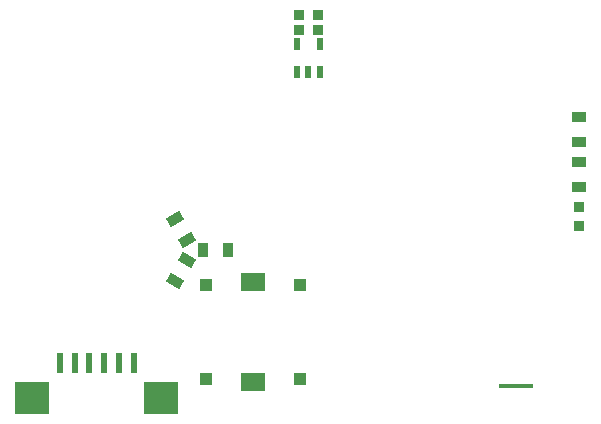
<source format=gtp>
G04*
G04 #@! TF.GenerationSoftware,Altium Limited,Altium Designer,18.1.9 (240)*
G04*
G04 Layer_Color=8421504*
%FSLAX25Y25*%
%MOIN*%
G70*
G01*
G75*
G04:AMPARAMS|DCode=15|XSize=51.18mil|YSize=33.47mil|CornerRadius=0mil|HoleSize=0mil|Usage=FLASHONLY|Rotation=150.000|XOffset=0mil|YOffset=0mil|HoleType=Round|Shape=Rectangle|*
%AMROTATEDRECTD15*
4,1,4,0.03053,0.00170,0.01380,-0.02729,-0.03053,-0.00170,-0.01380,0.02729,0.03053,0.00170,0.0*
%
%ADD15ROTATEDRECTD15*%

%ADD16R,0.03347X0.05118*%
%ADD17R,0.11811X0.01181*%
%ADD18R,0.03500X0.03500*%
%ADD19R,0.02362X0.04331*%
%ADD20R,0.03937X0.03937*%
%ADD21R,0.07874X0.05906*%
G04:AMPARAMS|DCode=22|XSize=51.18mil|YSize=33.47mil|CornerRadius=0mil|HoleSize=0mil|Usage=FLASHONLY|Rotation=30.000|XOffset=0mil|YOffset=0mil|HoleType=Round|Shape=Rectangle|*
%AMROTATEDRECTD22*
4,1,4,-0.01380,-0.02729,-0.03053,0.00170,0.01380,0.02729,0.03053,-0.00170,-0.01380,-0.02729,0.0*
%
%ADD22ROTATEDRECTD22*%

%ADD23R,0.03500X0.03500*%
%ADD24R,0.05118X0.03347*%
%ADD25R,0.02362X0.06693*%
%ADD26R,0.11811X0.10630*%
D15*
X393799Y203980D02*
D03*
X389665Y196820D02*
D03*
D16*
X407417Y207200D02*
D03*
X399149D02*
D03*
D17*
X503400Y162000D02*
D03*
D18*
X437517Y285608D02*
D03*
X431017D02*
D03*
X437517Y280517D02*
D03*
X431017D02*
D03*
D19*
X430391Y275924D02*
D03*
X437871D02*
D03*
Y266476D02*
D03*
X434131D02*
D03*
X430391D02*
D03*
D20*
X400000Y164173D02*
D03*
Y195669D02*
D03*
X431496D02*
D03*
Y164173D02*
D03*
D21*
X415748Y196653D02*
D03*
Y163189D02*
D03*
D22*
X389665Y217760D02*
D03*
X393799Y210600D02*
D03*
D23*
X524400Y221650D02*
D03*
Y215150D02*
D03*
D24*
Y251704D02*
D03*
Y243436D02*
D03*
Y236576D02*
D03*
Y228309D02*
D03*
D25*
X351297Y169800D02*
D03*
X375903D02*
D03*
X370982D02*
D03*
X366061D02*
D03*
X361139D02*
D03*
X356218D02*
D03*
D26*
X385155Y157989D02*
D03*
X342045D02*
D03*
M02*

</source>
